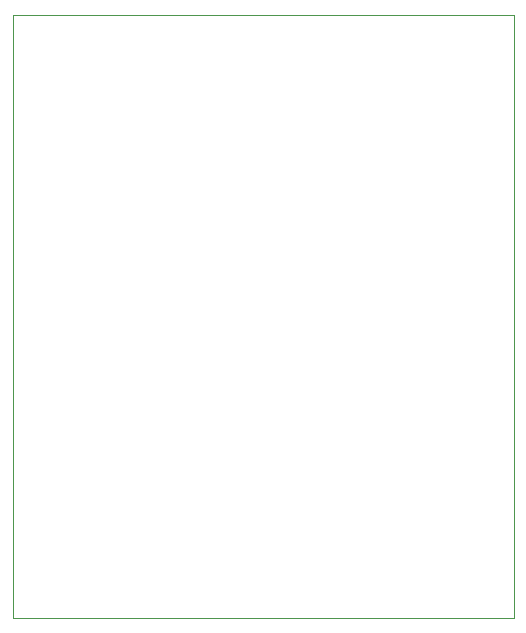
<source format=gbr>
%TF.GenerationSoftware,KiCad,Pcbnew,9.0.7*%
%TF.CreationDate,2026-01-11T23:40:52+05:30*%
%TF.ProjectId,ntp-devboard,6e74702d-6465-4766-926f-6172642e6b69,rev?*%
%TF.SameCoordinates,Original*%
%TF.FileFunction,Profile,NP*%
%FSLAX46Y46*%
G04 Gerber Fmt 4.6, Leading zero omitted, Abs format (unit mm)*
G04 Created by KiCad (PCBNEW 9.0.7) date 2026-01-11 23:40:52*
%MOMM*%
%LPD*%
G01*
G04 APERTURE LIST*
%TA.AperFunction,Profile*%
%ADD10C,0.050000*%
%TD*%
G04 APERTURE END LIST*
D10*
X121475000Y-82100000D02*
X163875000Y-82100000D01*
X163875000Y-133100000D01*
X121475000Y-133100000D01*
X121475000Y-82100000D01*
M02*

</source>
